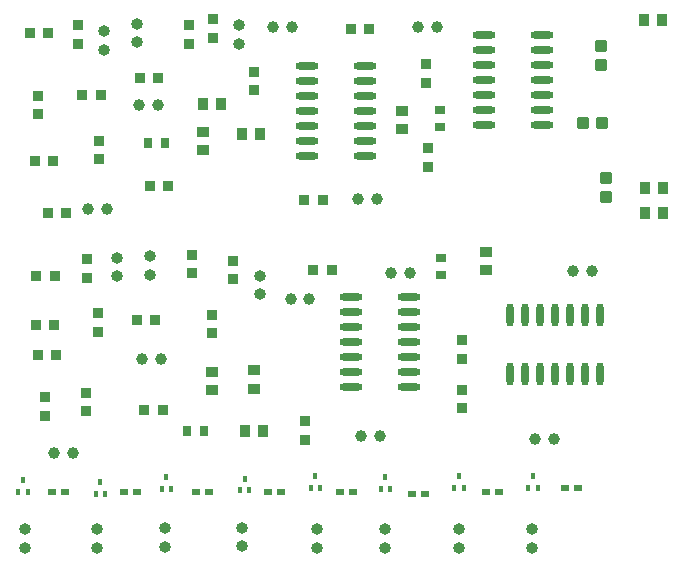
<source format=gbr>
G04*
G04 #@! TF.GenerationSoftware,Altium Limited,Altium Designer,23.2.1 (34)*
G04*
G04 Layer_Color=8421504*
%FSLAX25Y25*%
%MOIN*%
G70*
G04*
G04 #@! TF.SameCoordinates,168D8CC4-6B96-4916-8BE8-BBD7D9E71175*
G04*
G04*
G04 #@! TF.FilePolarity,Positive*
G04*
G01*
G75*
G04:AMPARAMS|DCode=14|XSize=37.01mil|YSize=40.16mil|CornerRadius=3.7mil|HoleSize=0mil|Usage=FLASHONLY|Rotation=270.000|XOffset=0mil|YOffset=0mil|HoleType=Round|Shape=RoundedRectangle|*
%AMROUNDEDRECTD14*
21,1,0.03701,0.03276,0,0,270.0*
21,1,0.02961,0.04016,0,0,270.0*
1,1,0.00740,-0.01638,-0.01480*
1,1,0.00740,-0.01638,0.01480*
1,1,0.00740,0.01638,0.01480*
1,1,0.00740,0.01638,-0.01480*
%
%ADD14ROUNDEDRECTD14*%
G04:AMPARAMS|DCode=15|XSize=37.01mil|YSize=40.16mil|CornerRadius=3.7mil|HoleSize=0mil|Usage=FLASHONLY|Rotation=0.000|XOffset=0mil|YOffset=0mil|HoleType=Round|Shape=RoundedRectangle|*
%AMROUNDEDRECTD15*
21,1,0.03701,0.03276,0,0,0.0*
21,1,0.02961,0.04016,0,0,0.0*
1,1,0.00740,0.01480,-0.01638*
1,1,0.00740,-0.01480,-0.01638*
1,1,0.00740,-0.01480,0.01638*
1,1,0.00740,0.01480,0.01638*
%
%ADD15ROUNDEDRECTD15*%
%ADD16O,0.07756X0.02362*%
%ADD17O,0.03701X0.04016*%
%ADD18O,0.02362X0.07756*%
%ADD19R,0.03425X0.03661*%
%ADD20R,0.01260X0.01968*%
%ADD21O,0.04016X0.03701*%
%ADD22R,0.03661X0.03425*%
%ADD23R,0.02559X0.03543*%
%ADD24R,0.03622X0.03858*%
%ADD25R,0.01654X0.01968*%
%ADD26R,0.02756X0.01968*%
%ADD27R,0.03543X0.02559*%
%ADD28R,0.03189X0.03858*%
%ADD29R,0.03858X0.03189*%
%ADD30R,0.03819X0.03622*%
%ADD31R,0.03622X0.03819*%
D14*
X232500Y183610D02*
D03*
Y177390D02*
D03*
X230874Y227699D02*
D03*
Y221478D02*
D03*
D15*
X224890Y202000D02*
D03*
X231110D02*
D03*
D16*
X211244Y221500D02*
D03*
X147295Y129051D02*
D03*
X132756Y206000D02*
D03*
X147295Y114051D02*
D03*
Y119051D02*
D03*
Y124051D02*
D03*
Y134051D02*
D03*
Y139051D02*
D03*
Y144051D02*
D03*
X166783D02*
D03*
Y139051D02*
D03*
Y134051D02*
D03*
Y129051D02*
D03*
Y124051D02*
D03*
Y119051D02*
D03*
Y114051D02*
D03*
X211244Y231500D02*
D03*
Y226500D02*
D03*
Y216500D02*
D03*
Y211500D02*
D03*
Y206500D02*
D03*
Y201500D02*
D03*
X191756D02*
D03*
Y206500D02*
D03*
Y211500D02*
D03*
Y216500D02*
D03*
Y221500D02*
D03*
Y226500D02*
D03*
Y231500D02*
D03*
X132756Y191000D02*
D03*
Y196000D02*
D03*
Y201000D02*
D03*
Y211000D02*
D03*
Y216000D02*
D03*
Y221000D02*
D03*
X152244D02*
D03*
Y216000D02*
D03*
Y211000D02*
D03*
Y206000D02*
D03*
Y201000D02*
D03*
Y196000D02*
D03*
Y191000D02*
D03*
D17*
X227610Y152551D02*
D03*
X215149Y96551D02*
D03*
X208929D02*
D03*
X54610Y92000D02*
D03*
X48390D02*
D03*
X84110Y123500D02*
D03*
X77890D02*
D03*
X167110Y152000D02*
D03*
X160890D02*
D03*
X127270Y143456D02*
D03*
X133490D02*
D03*
X83110Y208051D02*
D03*
X76890D02*
D03*
X157110Y97551D02*
D03*
X150890D02*
D03*
X156110Y176551D02*
D03*
X149890D02*
D03*
X176110Y234000D02*
D03*
X169890D02*
D03*
X66110Y173500D02*
D03*
X59890D02*
D03*
X221390Y152551D02*
D03*
X121500Y234051D02*
D03*
X127720D02*
D03*
D18*
X220500Y118512D02*
D03*
X230500D02*
D03*
X225500D02*
D03*
X215500D02*
D03*
X210500D02*
D03*
X205500D02*
D03*
X200500D02*
D03*
Y138000D02*
D03*
X205500D02*
D03*
X210500D02*
D03*
X215500D02*
D03*
X220500D02*
D03*
X225500D02*
D03*
X230500D02*
D03*
D19*
X147429Y233500D02*
D03*
X134929Y153051D02*
D03*
X141071D02*
D03*
X138071Y176500D02*
D03*
X131929D02*
D03*
X84642Y106500D02*
D03*
X78500D02*
D03*
X86571Y181000D02*
D03*
X80429D02*
D03*
X153571Y233500D02*
D03*
X48681Y151051D02*
D03*
X42539D02*
D03*
X64071Y211500D02*
D03*
X57929D02*
D03*
X46571Y232000D02*
D03*
X40429D02*
D03*
D20*
X209650Y80500D02*
D03*
X185000D02*
D03*
X137150D02*
D03*
X160500Y80000D02*
D03*
X87500D02*
D03*
X113575Y79563D02*
D03*
X65500Y78500D02*
D03*
X39650Y79000D02*
D03*
X206500Y80500D02*
D03*
X181850D02*
D03*
X157350Y80000D02*
D03*
X134000Y80500D02*
D03*
X110425Y79563D02*
D03*
X84350Y80000D02*
D03*
X62350Y78500D02*
D03*
X36500Y79000D02*
D03*
D21*
X207925Y60377D02*
D03*
X183425D02*
D03*
X136000Y60390D02*
D03*
X158925Y60377D02*
D03*
X111000Y60890D02*
D03*
X85506Y60744D02*
D03*
X38850Y60440D02*
D03*
X62850D02*
D03*
X158925Y66598D02*
D03*
X111000Y67110D02*
D03*
X69539Y150941D02*
D03*
Y157161D02*
D03*
X117000Y144940D02*
D03*
Y151161D02*
D03*
X207925Y66598D02*
D03*
X183425D02*
D03*
X136000Y66610D02*
D03*
X85506Y66965D02*
D03*
X62850Y66661D02*
D03*
X38850D02*
D03*
X80539Y151441D02*
D03*
Y157661D02*
D03*
X65000Y226440D02*
D03*
Y232661D02*
D03*
X110000Y228440D02*
D03*
Y234661D02*
D03*
X76000Y228940D02*
D03*
Y235161D02*
D03*
D22*
X93500Y228480D02*
D03*
X108000Y149929D02*
D03*
X101500Y230429D02*
D03*
X94500Y151929D02*
D03*
X56500Y228429D02*
D03*
X59539Y150480D02*
D03*
X101000Y131929D02*
D03*
Y138071D02*
D03*
X59000Y105980D02*
D03*
Y112121D02*
D03*
X108000Y156071D02*
D03*
X59539Y156622D02*
D03*
X94500Y158071D02*
D03*
X184500Y123480D02*
D03*
Y129622D02*
D03*
X63039Y132480D02*
D03*
Y138622D02*
D03*
X115000Y212929D02*
D03*
Y219071D02*
D03*
X101500Y236571D02*
D03*
X132000Y102571D02*
D03*
Y96429D02*
D03*
X184500Y113071D02*
D03*
Y106929D02*
D03*
X173000Y193571D02*
D03*
Y187429D02*
D03*
X63500Y196071D02*
D03*
Y189929D02*
D03*
X172500Y215429D02*
D03*
Y221571D02*
D03*
X93500Y234621D02*
D03*
X56500Y234571D02*
D03*
D23*
X79646Y195500D02*
D03*
X92646Y99500D02*
D03*
X98354D02*
D03*
X85354Y195500D02*
D03*
D24*
X244949Y236500D02*
D03*
X251051D02*
D03*
X245449Y180500D02*
D03*
X251551D02*
D03*
X245449Y172000D02*
D03*
X251551D02*
D03*
D25*
X208075Y84437D02*
D03*
X183425Y84437D02*
D03*
X158925Y83937D02*
D03*
X135575Y84437D02*
D03*
X112000Y83500D02*
D03*
X85925Y83937D02*
D03*
X63925Y82437D02*
D03*
X38075Y82937D02*
D03*
D26*
X47835Y79000D02*
D03*
X52165D02*
D03*
X218835Y80500D02*
D03*
X223165D02*
D03*
X192335Y79000D02*
D03*
X196665D02*
D03*
X167835Y78500D02*
D03*
X172165D02*
D03*
X143835Y79000D02*
D03*
X148165D02*
D03*
X119835D02*
D03*
X124165D02*
D03*
X95835D02*
D03*
X100165D02*
D03*
X71835D02*
D03*
X76165D02*
D03*
D27*
X177280Y156905D02*
D03*
Y151196D02*
D03*
X177000Y206500D02*
D03*
Y200791D02*
D03*
D28*
X118036Y99500D02*
D03*
X111965D02*
D03*
X117035Y198500D02*
D03*
X110965D02*
D03*
X104036Y208500D02*
D03*
X97965D02*
D03*
D29*
X115000Y113464D02*
D03*
Y119535D02*
D03*
X101000Y119036D02*
D03*
Y112965D02*
D03*
X192539Y153015D02*
D03*
Y159086D02*
D03*
X164500Y199965D02*
D03*
Y206036D02*
D03*
X98000Y192965D02*
D03*
Y199035D02*
D03*
D30*
X45500Y110551D02*
D03*
Y104449D02*
D03*
X43000Y211051D02*
D03*
Y204949D02*
D03*
D31*
X43059Y124551D02*
D03*
X49161D02*
D03*
X41949Y189500D02*
D03*
X48051D02*
D03*
X75949Y136500D02*
D03*
X82051D02*
D03*
X42488Y134551D02*
D03*
X48590D02*
D03*
X76949Y217051D02*
D03*
X83051D02*
D03*
X46449Y172000D02*
D03*
X52551D02*
D03*
M02*

</source>
